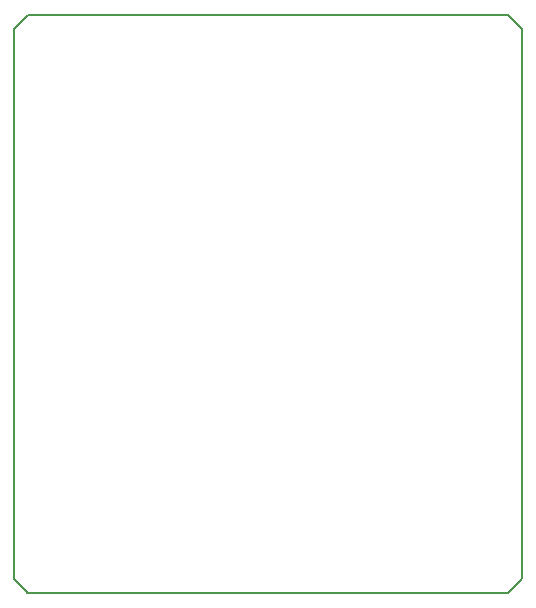
<source format=gm1>
G04 #@! TF.FileFunction,Profile,NP*
%FSLAX46Y46*%
G04 Gerber Fmt 4.6, Leading zero omitted, Abs format (unit mm)*
G04 Created by KiCad (PCBNEW 4.0.7) date 03/11/20 10:05:13*
%MOMM*%
%LPD*%
G01*
G04 APERTURE LIST*
%ADD10C,0.100000*%
%ADD11C,0.150000*%
G04 APERTURE END LIST*
D10*
D11*
X131026000Y-96098000D02*
X131026000Y-49570000D01*
X174088000Y-96056000D02*
X174088000Y-49528000D01*
X174089000Y-49537000D02*
X172910000Y-48358000D01*
X172895000Y-97257000D02*
X174069000Y-96083000D01*
X131048000Y-49542000D02*
X132222000Y-48368000D01*
X132196000Y-97261000D02*
X131017000Y-96082000D01*
X132188000Y-97260000D02*
X172878000Y-97260000D01*
X132213000Y-48369000D02*
X172903000Y-48369000D01*
M02*

</source>
